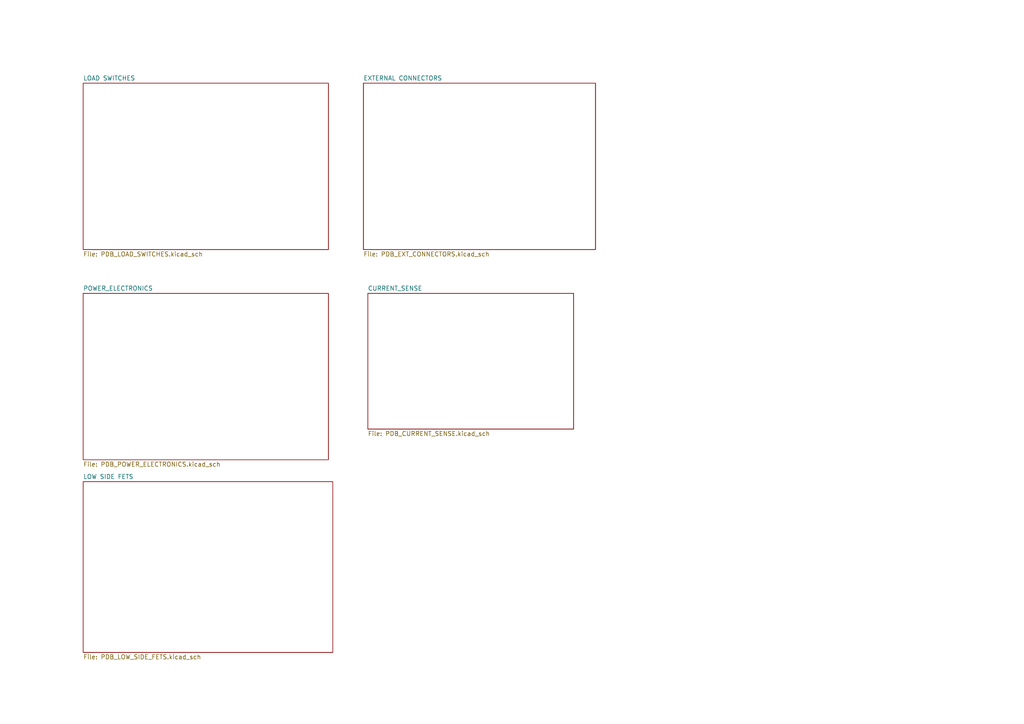
<source format=kicad_sch>
(kicad_sch
	(version 20250114)
	(generator "eeschema")
	(generator_version "9.0")
	(uuid "6b4fba0a-be05-4717-a711-480ed8a7f3e0")
	(paper "A4")
	(lib_symbols)
	(sheet
		(at 106.68 85.09)
		(size 59.69 39.37)
		(exclude_from_sim no)
		(in_bom yes)
		(on_board yes)
		(dnp no)
		(fields_autoplaced yes)
		(stroke
			(width 0.1524)
			(type solid)
		)
		(fill
			(color 0 0 0 0.0000)
		)
		(uuid "0ef91ba3-37c4-4054-b2e4-80a7f4c067da")
		(property "Sheetname" "CURRENT_SENSE"
			(at 106.68 84.3784 0)
			(effects
				(font
					(size 1.27 1.27)
				)
				(justify left bottom)
			)
		)
		(property "Sheetfile" "PDB_CURRENT_SENSE.kicad_sch"
			(at 106.68 125.0446 0)
			(effects
				(font
					(size 1.27 1.27)
				)
				(justify left top)
			)
		)
		(instances
			(project "POWER DISTRIBUTIONB BOARD"
				(path "/6b4fba0a-be05-4717-a711-480ed8a7f3e0"
					(page "10")
				)
			)
		)
	)
	(sheet
		(at 24.13 85.09)
		(size 71.12 48.26)
		(exclude_from_sim no)
		(in_bom yes)
		(on_board yes)
		(dnp no)
		(fields_autoplaced yes)
		(stroke
			(width 0.1524)
			(type solid)
		)
		(fill
			(color 0 0 0 0.0000)
		)
		(uuid "0feeae11-4103-4cdb-b4da-ea9faf7a6b4e")
		(property "Sheetname" "POWER_ELECTRONICS"
			(at 24.13 84.3784 0)
			(effects
				(font
					(size 1.27 1.27)
				)
				(justify left bottom)
			)
		)
		(property "Sheetfile" "PDB_POWER_ELECTRONICS.kicad_sch"
			(at 24.13 133.9346 0)
			(effects
				(font
					(size 1.27 1.27)
				)
				(justify left top)
			)
		)
		(instances
			(project "POWER DISTRIBUTIONB BOARD"
				(path "/6b4fba0a-be05-4717-a711-480ed8a7f3e0"
					(page "7")
				)
			)
		)
	)
	(sheet
		(at 24.13 139.7)
		(size 72.39 49.53)
		(exclude_from_sim no)
		(in_bom yes)
		(on_board yes)
		(dnp no)
		(fields_autoplaced yes)
		(stroke
			(width 0.1524)
			(type solid)
		)
		(fill
			(color 0 0 0 0.0000)
		)
		(uuid "33d5627f-0ef6-494d-8d2e-c6d28999e801")
		(property "Sheetname" "LOW SIDE FETS"
			(at 24.13 138.9884 0)
			(effects
				(font
					(size 1.27 1.27)
				)
				(justify left bottom)
			)
		)
		(property "Sheetfile" "PDB_LOW_SIDE_FETS.kicad_sch"
			(at 24.13 189.8146 0)
			(effects
				(font
					(size 1.27 1.27)
				)
				(justify left top)
			)
		)
		(instances
			(project "POWER DISTRIBUTIONB BOARD"
				(path "/6b4fba0a-be05-4717-a711-480ed8a7f3e0"
					(page "8")
				)
			)
		)
	)
	(sheet
		(at 24.13 24.13)
		(size 71.12 48.26)
		(exclude_from_sim no)
		(in_bom yes)
		(on_board yes)
		(dnp no)
		(fields_autoplaced yes)
		(stroke
			(width 0.1524)
			(type solid)
		)
		(fill
			(color 0 0 0 0.0000)
		)
		(uuid "6951cc95-37ef-4a4f-8a3f-a120589363a5")
		(property "Sheetname" "LOAD SWITCHES"
			(at 24.13 23.4184 0)
			(effects
				(font
					(size 1.27 1.27)
				)
				(justify left bottom)
			)
		)
		(property "Sheetfile" "PDB_LOAD_SWITCHES.kicad_sch"
			(at 24.13 72.9746 0)
			(effects
				(font
					(size 1.27 1.27)
				)
				(justify left top)
			)
		)
		(instances
			(project "POWER DISTRIBUTIONB BOARD"
				(path "/6b4fba0a-be05-4717-a711-480ed8a7f3e0"
					(page "2")
				)
			)
		)
	)
	(sheet
		(at 105.41 24.13)
		(size 67.31 48.26)
		(exclude_from_sim no)
		(in_bom yes)
		(on_board yes)
		(dnp no)
		(fields_autoplaced yes)
		(stroke
			(width 0.1524)
			(type solid)
		)
		(fill
			(color 0 0 0 0.0000)
		)
		(uuid "fe474e84-6ab3-4580-b13e-8feef1f60b37")
		(property "Sheetname" "EXTERNAL CONNECTORS"
			(at 105.41 23.4184 0)
			(effects
				(font
					(size 1.27 1.27)
				)
				(justify left bottom)
			)
		)
		(property "Sheetfile" "PDB_EXT_CONNECTORS.kicad_sch"
			(at 105.41 72.9746 0)
			(effects
				(font
					(size 1.27 1.27)
				)
				(justify left top)
			)
		)
		(instances
			(project "POWER DISTRIBUTIONB BOARD"
				(path "/6b4fba0a-be05-4717-a711-480ed8a7f3e0"
					(page "9")
				)
			)
		)
	)
	(sheet_instances
		(path "/"
			(page "1")
		)
	)
	(embedded_fonts no)
)

</source>
